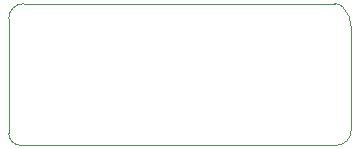
<source format=gbr>
%TF.GenerationSoftware,Altium Limited,Altium Designer,25.8.1 (18)*%
G04 Layer_Color=0*
%FSLAX45Y45*%
%MOMM*%
%TF.SameCoordinates,4152F094-1ACA-4120-A70E-F31CC435705F*%
%TF.FilePolarity,Positive*%
%TF.FileFunction,Profile,NP*%
%TF.Part,Single*%
G01*
G75*
%TA.AperFunction,Profile*%
%ADD21C,0.02540*%
D21*
X0Y36500D02*
G03*
X100000Y-63500I100000J0D01*
G01*
X2773000D01*
D02*
G03*
X2900000Y63500I0J127000D01*
G01*
Y936500D01*
D02*
G03*
X2829289Y1107211I-241422J0D01*
G01*
D02*
G03*
X2758579Y1136500I-70711J-70711D01*
G01*
X127000D01*
D02*
G03*
X0Y1009500I0J-127000D01*
G01*
Y36500D01*
%TF.MD5,864b3c6e0e65f6ef54fb46715f68b41a*%
M02*

</source>
